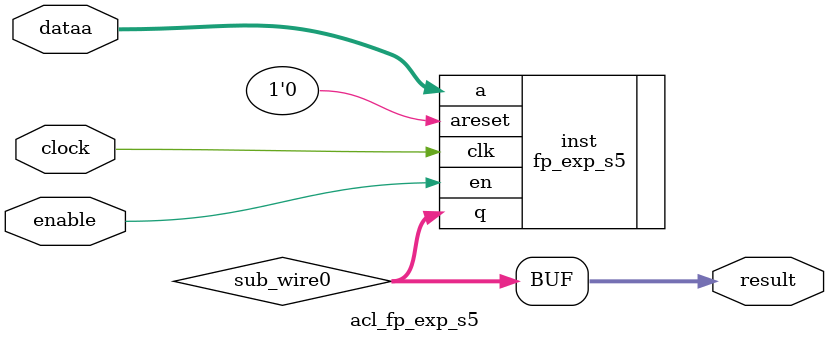
<source format=v>
`timescale 1 ps / 1 ps
module acl_fp_exp_s5 (
	enable,
	clock,
	dataa,
	result);

	input	  enable;
	input	  clock;
	input	[31:0]  dataa;
	output	[31:0]  result;

	wire [31:0] sub_wire0;
	wire [31:0] result = sub_wire0[31:0];

  fp_exp_s5 inst(
        .a(dataa),
        .en(enable),
        .q(sub_wire0),
        .clk(clock),
        .areset(1'b0)
        );

endmodule

</source>
